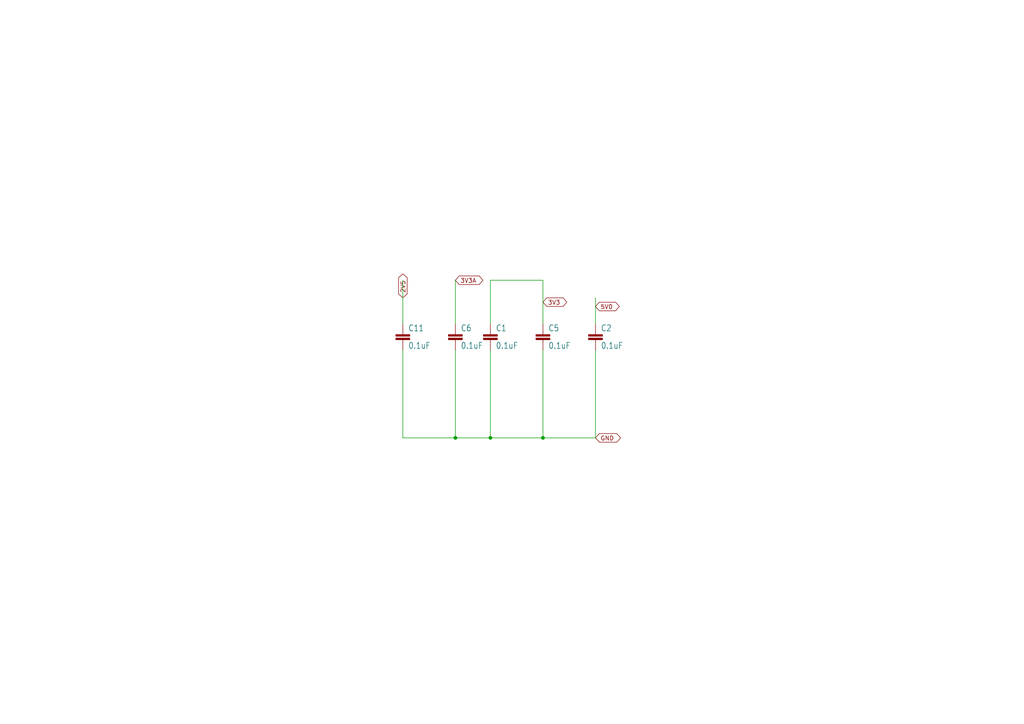
<source format=kicad_sch>
(kicad_sch (version 20231120) (generator "eeschema") (generator_version "8.0")
  (paper "A4")
  (lib_symbols
    (symbol "pokeymax4-eagle-import:C-EUC0402"
      (property "Reference" "C" (at 1.524 0.381 0))
      (symbol "C-EUC0402_1_0"
        (rectangle (start -2.032 -2.032) (end 2.032 -1.524) (fill (type outline)))
        (rectangle (start -2.032 -1.016) (end 2.032 -0.508) (fill (type outline)))
        (polyline (pts (xy 0 -2.54) (xy 0 -2.032)) (stroke (width 0.1524)))
        (polyline (pts (xy 0 0) (xy 0 -0.508)) (stroke (width 0.1524)))
        (pin passive line (at 0 2.54 270) (length 2.54) (name "1") (number "1"))
        (pin passive line (at 0 -5.08 90) (length 2.54) (name "2") (number "2"))
      )
    )
  )
  (junction (at 142.24 127))
  (junction (at 157.48 127))
  (junction (at 132.08 127))
  (wire (pts (xy 132.08 127) (xy 116.84 127)) (stroke (width 0.1524)))
  (wire (pts (xy 157.48 93.98) (xy 157.48 81.28)) (stroke (width 0.1524)))
  (wire (pts (xy 142.24 93.98) (xy 142.24 81.28)) (stroke (width 0.1524)))
  (wire (pts (xy 132.08 81.28) (xy 132.08 93.98)) (stroke (width 0.1524)))
  (wire (pts (xy 172.72 101.6) (xy 172.72 127)) (stroke (width 0.1524)))
  (wire (pts (xy 157.48 127) (xy 172.72 127)) (stroke (width 0.1524)))
  (wire (pts (xy 142.24 81.28) (xy 157.48 81.28)) (stroke (width 0.1524)))
  (wire (pts (xy 132.08 127) (xy 132.08 101.6)) (stroke (width 0.1524)))
  (wire (pts (xy 142.24 127) (xy 132.08 127)) (stroke (width 0.1524)))
  (wire (pts (xy 116.84 127) (xy 116.84 101.6)) (stroke (width 0.1524)))
  (wire (pts (xy 142.24 127) (xy 157.48 127)) (stroke (width 0.1524)))
  (wire (pts (xy 142.24 101.6) (xy 142.24 127)) (stroke (width 0.1524)))
  (wire (pts (xy 172.72 93.98) (xy 172.72 86.36)) (stroke (width 0.1524)))
  (wire (pts (xy 157.48 101.6) (xy 157.48 127)) (stroke (width 0.1524)))
  (wire (pts (xy 116.84 93.98) (xy 116.84 81.28)) (stroke (width 0.1524)))
  (global_label "3V3" (shape bidirectional) (at 157.48 87.63 0) (effects (font (size 1.2446 1.2446))) (property "Intersheetrefs" "${INTERSHEET_REFS}" (effects (hide yes))))
  (global_label "3V3A" (shape bidirectional) (at 132.08 81.28 0) (effects (font (size 1.2446 1.2446))) (property "Intersheetrefs" "${INTERSHEET_REFS}" (effects (hide yes))))
  (global_label "2V5" (shape bidirectional) (at 116.84 86.36 90) (effects (font (size 1.2446 1.2446))) (property "Intersheetrefs" "${INTERSHEET_REFS}" (effects (hide yes))))
  (global_label "5V0" (shape bidirectional) (at 172.72 88.9 0) (effects (font (size 1.2446 1.2446))) (property "Intersheetrefs" "${INTERSHEET_REFS}" (effects (hide yes))))
  (global_label "GND" (shape bidirectional) (at 172.72 127 0) (effects (font (size 1.2446 1.2446))) (property "Intersheetrefs" "${INTERSHEET_REFS}" (effects (hide yes))))
  (symbol (lib_id "pokeymax4-eagle-import:C-EUC0402") (at 172.72 96.52 0) (unit 1)
    (property "Reference" "C2" (at 174.244 96.139 0) (effects (font (size 1.778 1.5113)) (justify left bottom)))
    (property "Value" "0.1uF" (at 174.244 101.219 0) (effects (font (size 1.778 1.5113)) (justify left bottom)))
    (property "Footprint" "pokeymax4:C0402" (effects (hide yes)))
    (property "LCSC Part #" "C141382" (effects (hide yes)))
  )
  (symbol (lib_id "pokeymax4-eagle-import:C-EUC0402") (at 142.24 96.52 0) (unit 1)
    (property "Reference" "C1" (at 143.764 96.139 0) (effects (font (size 1.778 1.5113)) (justify left bottom)))
    (property "Value" "0.1uF" (at 143.764 101.219 0) (effects (font (size 1.778 1.5113)) (justify left bottom)))
    (property "Footprint" "pokeymax4:C0402" (effects (hide yes)))
    (property "LCSC Part #" "C141382" (effects (hide yes)))
  )
  (symbol (lib_id "pokeymax4-eagle-import:C-EUC0402") (at 157.48 96.52 0) (unit 1)
    (property "Reference" "C5" (at 159.004 96.139 0) (effects (font (size 1.778 1.5113)) (justify left bottom)))
    (property "Value" "0.1uF" (at 159.004 101.219 0) (effects (font (size 1.778 1.5113)) (justify left bottom)))
    (property "Footprint" "pokeymax4:C0402" (effects (hide yes)))
    (property "LCSC Part #" "C141382" (effects (hide yes)))
  )
  (symbol (lib_id "pokeymax4-eagle-import:C-EUC0402") (at 116.84 96.52 0) (unit 1)
    (property "Reference" "C11" (at 118.364 96.139 0) (effects (font (size 1.778 1.5113)) (justify left bottom)))
    (property "Value" "0.1uF" (at 118.364 101.219 0) (effects (font (size 1.778 1.5113)) (justify left bottom)))
    (property "Footprint" "pokeymax4:C0402" (effects (hide yes)))
    (property "LCSC Part #" "C141382" (effects (hide yes)))
  )
  (symbol (lib_id "pokeymax4-eagle-import:C-EUC0402") (at 132.08 96.52 0) (unit 1)
    (property "Reference" "C6" (at 133.604 96.139 0) (effects (font (size 1.778 1.5113)) (justify left bottom)))
    (property "Value" "0.1uF" (at 133.604 101.219 0) (effects (font (size 1.778 1.5113)) (justify left bottom)))
    (property "Footprint" "pokeymax4:C0402" (effects (hide yes)))
    (property "LCSC Part #" "C141382" (effects (hide yes)))
  )
)
</source>
